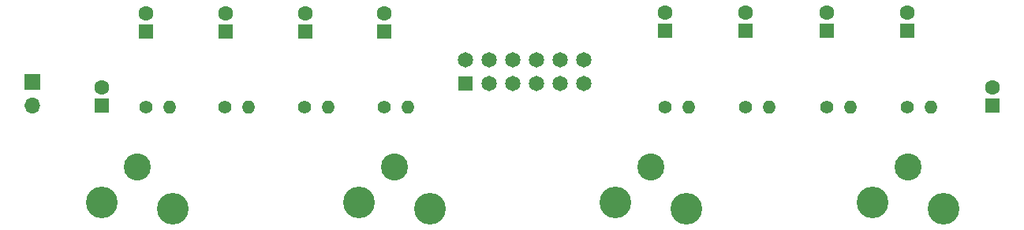
<source format=gbr>
%TF.GenerationSoftware,KiCad,Pcbnew,9.0.0*%
%TF.CreationDate,2025-03-26T12:01:05+11:00*%
%TF.ProjectId,Wing Board XLR Phantom,57696e67-2042-46f6-9172-6420584c5220,rev?*%
%TF.SameCoordinates,Original*%
%TF.FileFunction,Soldermask,Top*%
%TF.FilePolarity,Negative*%
%FSLAX46Y46*%
G04 Gerber Fmt 4.6, Leading zero omitted, Abs format (unit mm)*
G04 Created by KiCad (PCBNEW 9.0.0) date 2025-03-26 12:01:05*
%MOMM*%
%LPD*%
G01*
G04 APERTURE LIST*
%ADD10C,1.400000*%
%ADD11O,1.400000X1.400000*%
%ADD12C,3.400000*%
%ADD13C,2.900000*%
%ADD14R,1.600000X1.600000*%
%ADD15C,1.600000*%
%ADD16R,1.700000X1.700000*%
%ADD17O,1.700000X1.700000*%
%ADD18R,1.650000X1.650000*%
%ADD19C,1.650000*%
G04 APERTURE END LIST*
D10*
%TO.C,R2*%
X31433432Y-13004800D03*
D11*
X33973432Y-13004800D03*
%TD*%
D12*
%TO.C,J6*%
X17221200Y-23906400D03*
X9601200Y-23271400D03*
D13*
X13411200Y-19456400D03*
%TD*%
D10*
%TO.C,R1*%
X14342700Y-13004800D03*
D11*
X16882700Y-13004800D03*
%TD*%
D10*
%TO.C,R7*%
X39978800Y-13004800D03*
D11*
X42518800Y-13004800D03*
%TD*%
D14*
%TO.C,C1*%
X14366667Y-4910200D03*
D15*
X14366667Y-2910200D03*
%TD*%
D14*
%TO.C,C4*%
X39984467Y-4910200D03*
D15*
X39984467Y-2910200D03*
%TD*%
D14*
%TO.C,C2*%
X22905933Y-4910200D03*
D15*
X22905933Y-2910200D03*
%TD*%
D10*
%TO.C,R4*%
X87409066Y-12979400D03*
D11*
X89949066Y-12979400D03*
%TD*%
D14*
%TO.C,C10*%
X105206800Y-12852400D03*
D15*
X105206800Y-10852400D03*
%TD*%
D14*
%TO.C,C6*%
X78756933Y-4834000D03*
D15*
X78756933Y-2834000D03*
%TD*%
D14*
%TO.C,C3*%
X31445199Y-4910200D03*
D15*
X31445199Y-2910200D03*
%TD*%
D12*
%TO.C,J1*%
X99999800Y-23926800D03*
X92379800Y-23291800D03*
D13*
X96189800Y-19476800D03*
%TD*%
D12*
%TO.C,J4*%
X44831000Y-23926800D03*
X37211000Y-23291800D03*
D13*
X41021000Y-19476800D03*
%TD*%
D16*
%TO.C,J5*%
X2184400Y-10337800D03*
D17*
X2184400Y-12877800D03*
%TD*%
D18*
%TO.C,J3*%
X48691800Y-10464800D03*
D19*
X48691800Y-7924800D03*
X51231800Y-10464800D03*
X51231800Y-7924800D03*
X53771800Y-10464800D03*
X53771800Y-7924800D03*
X56311800Y-10464800D03*
X56311800Y-7924800D03*
X58851800Y-10464800D03*
X58851800Y-7924800D03*
X61391800Y-10464800D03*
X61391800Y-7924800D03*
%TD*%
D10*
%TO.C,R3*%
X70103200Y-12979400D03*
D11*
X72643200Y-12979400D03*
%TD*%
D10*
%TO.C,R5*%
X96062000Y-12979400D03*
D11*
X98602000Y-12979400D03*
%TD*%
D14*
%TO.C,C7*%
X87409866Y-4834000D03*
D15*
X87409866Y-2834000D03*
%TD*%
D14*
%TO.C,C5*%
X70104000Y-4834000D03*
D15*
X70104000Y-2834000D03*
%TD*%
D10*
%TO.C,R8*%
X22888066Y-13004800D03*
D11*
X25428066Y-13004800D03*
%TD*%
D10*
%TO.C,R6*%
X78756133Y-12979400D03*
D11*
X81296133Y-12979400D03*
%TD*%
D14*
%TO.C,C8*%
X96062800Y-4834000D03*
D15*
X96062800Y-2834000D03*
%TD*%
D14*
%TO.C,C9*%
X9626600Y-12852400D03*
D15*
X9626600Y-10852400D03*
%TD*%
D12*
%TO.C,J2*%
X72415400Y-23926800D03*
X64795400Y-23291800D03*
D13*
X68605400Y-19476800D03*
%TD*%
M02*

</source>
